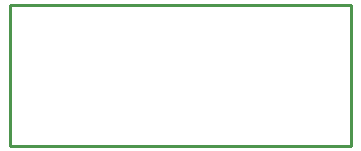
<source format=gbr>
G04 EAGLE Gerber RS-274X export*
G75*
%MOMM*%
%FSLAX34Y34*%
%LPD*%
%IN*%
%IPPOS*%
%AMOC8*
5,1,8,0,0,1.08239X$1,22.5*%
G01*
%ADD10C,0.254000*%


D10*
X0Y25400D02*
X288800Y25400D01*
X288800Y144680D01*
X0Y144680D01*
X0Y25400D01*
M02*

</source>
